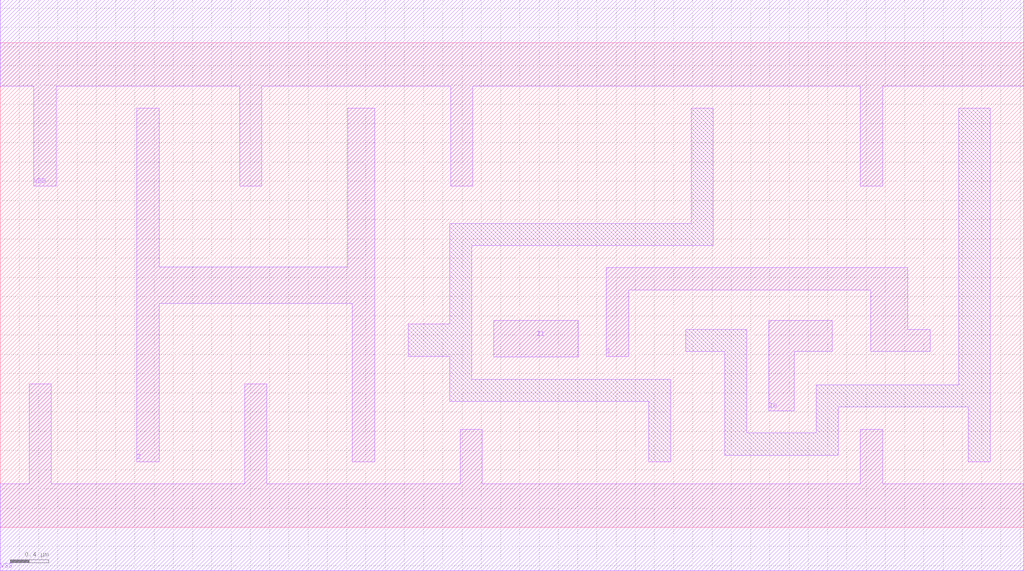
<source format=lef>
# Copyright 2022 GlobalFoundries PDK Authors
#
# Licensed under the Apache License, Version 2.0 (the "License");
# you may not use this file except in compliance with the License.
# You may obtain a copy of the License at
#
#      http://www.apache.org/licenses/LICENSE-2.0
#
# Unless required by applicable law or agreed to in writing, software
# distributed under the License is distributed on an "AS IS" BASIS,
# WITHOUT WARRANTIES OR CONDITIONS OF ANY KIND, either express or implied.
# See the License for the specific language governing permissions and
# limitations under the License.

MACRO gf180mcu_fd_sc_mcu9t5v0__mux2_4
  CLASS core ;
  FOREIGN gf180mcu_fd_sc_mcu9t5v0__mux2_4 0.0 0.0 ;
  ORIGIN 0 0 ;
  SYMMETRY X Y ;
  SITE GF018hv5v_green_sc9 ;
  SIZE 10.64 BY 5.04 ;
  PIN I0
    DIRECTION INPUT ;
    ANTENNAGATEAREA 1.707 ;
    PORT
      LAYER Metal1 ;
        POLYGON 7.99 1.21 8.25 1.21 8.25 1.83 8.645 1.83 8.645 2.15 7.99 2.15  ;
    END
  END I0
  PIN I1
    DIRECTION INPUT ;
    ANTENNAGATEAREA 1.707 ;
    PORT
      LAYER Metal1 ;
        POLYGON 5.13 1.77 6.01 1.77 6.01 2.15 5.13 2.15  ;
    END
  END I1
  PIN S
    DIRECTION INPUT ;
    ANTENNAGATEAREA 3.414 ;
    PORT
      LAYER Metal1 ;
        POLYGON 6.3 1.775 6.53 1.775 6.53 2.47 9.05 2.47 9.05 1.83 9.665 1.83 9.665 2.06 9.43 2.06 9.43 2.7 6.3 2.7  ;
    END
  END S
  PIN Z
    DIRECTION OUTPUT ;
    ANTENNADIFFAREA 3.5505 ;
    PORT
      LAYER Metal1 ;
        POLYGON 1.42 0.68 1.65 0.68 1.65 2.33 3.66 2.33 3.66 0.68 3.89 0.68 3.89 4.36 3.61 4.36 3.61 2.71 1.65 2.71 1.65 4.36 1.42 4.36  ;
    END
  END Z
  PIN VDD
    DIRECTION INOUT ;
    USE power ;
    SHAPE ABUTMENT ;
    PORT
      LAYER Metal1 ;
        POLYGON 0 4.59 0.35 4.59 0.35 3.55 0.58 3.55 0.58 4.59 2.49 4.59 2.49 3.55 2.72 3.55 2.72 4.59 4.68 4.59 4.68 3.55 4.91 3.55 4.91 4.59 7.41 4.59 8.94 4.59 8.94 3.55 9.17 3.55 9.17 4.59 10.29 4.59 10.64 4.59 10.64 5.49 10.29 5.49 7.41 5.49 0 5.49  ;
    END
  END VDD
  PIN VSS
    DIRECTION INOUT ;
    USE ground ;
    SHAPE ABUTMENT ;
    PORT
      LAYER Metal1 ;
        POLYGON 0 -0.45 10.64 -0.45 10.64 0.45 9.17 0.45 9.17 1.02 8.94 1.02 8.94 0.45 5.01 0.45 5.01 1.02 4.78 1.02 4.78 0.45 2.77 0.45 2.77 1.49 2.54 1.49 2.54 0.45 0.53 0.45 0.53 1.49 0.3 1.49 0.3 0.45 0 0.45  ;
    END
  END VSS
  OBS
      LAYER Metal1 ;
        POLYGON 4.9 2.93 7.41 2.93 7.41 4.36 7.18 4.36 7.18 3.16 4.67 3.16 4.67 2.115 4.24 2.115 4.24 1.775 4.67 1.775 4.67 1.31 6.74 1.31 6.74 0.68 6.97 0.68 6.97 1.54 4.9 1.54  ;
        POLYGON 7.125 1.83 7.53 1.83 7.53 0.75 8.71 0.75 8.71 1.25 10.06 1.25 10.06 0.68 10.29 0.68 10.29 4.36 9.96 4.36 9.96 1.48 8.48 1.48 8.48 0.98 7.76 0.98 7.76 2.06 7.125 2.06  ;
  END
END gf180mcu_fd_sc_mcu9t5v0__mux2_4

</source>
